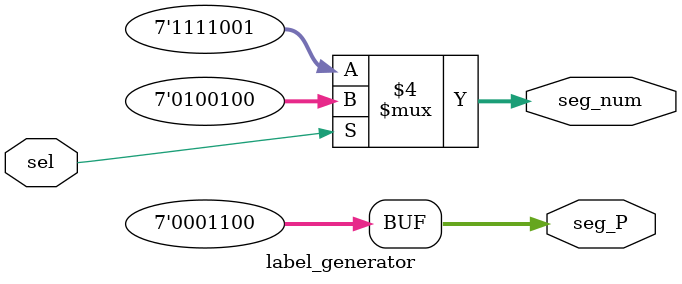
<source format=v>
module label_generator (
    input sel,               // çéáåø ì-SW[0] (áåçø áéï P1 ì-P2)
    output [6:0] seg_P,      // éöéàä ìöâ ä-Thousands (úîéã P)
    output reg [6:0] seg_num // éöéàä ìöâ ä-Hundreds (1 àå 2)
);

    // äàåú P ÷áåòä
    assign seg_P = 7'b0001100; 

    always @(*) begin
        if (sel == 1'b0)
            seg_num = 7'b1111001; // îöéâ '1'
        else
            seg_num = 7'b0100100; // îöéâ '2'
    end

endmodule
</source>
